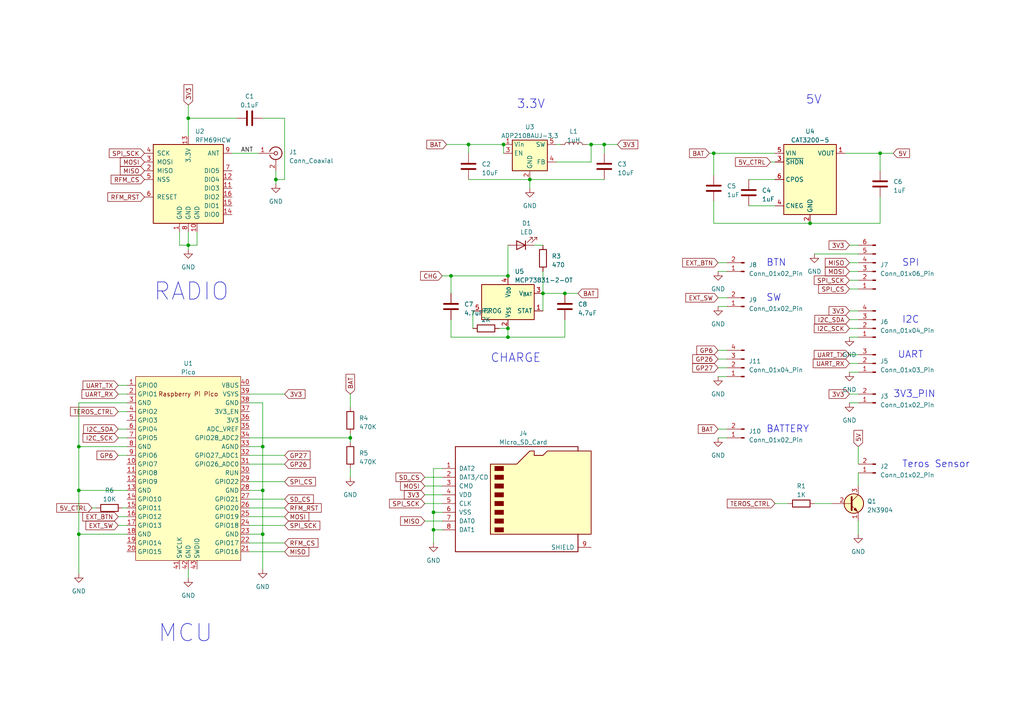
<source format=kicad_sch>
(kicad_sch (version 20230121) (generator eeschema)
  (paper "A4")
  (lib_symbols
    (symbol "Battery_Management:MCP73831-2-OT"
      (property "Reference" "U" (at -7.62 6.35 0))
      (property "Value" "MCP73831-2-OT" (at 1.27 6.35 0))
      (symbol "MCP73831-2-OT_0_1"
        (rectangle (start -7.62 5.08) (end 7.62 -5.08) (stroke (width 0.254)) (fill (type background)))
      )
      (symbol "MCP73831-2-OT_1_1"
        (pin output line (at 10.16 -2.54 180) (length 2.54) (name "STAT") (number "1"))
        (pin power_in line (at 0 -7.62 90) (length 2.54) (name "V_{SS}") (number "2"))
        (pin power_out line (at 10.16 2.54 180) (length 2.54) (name "V_{BAT}") (number "3"))
        (pin power_in line (at 0 7.62 270) (length 2.54) (name "V_{DD}") (number "4"))
        (pin input line (at -10.16 -2.54 0) (length 2.54) (name "PROG") (number "5"))
      )
    )
    (symbol "Connector:Conn_01x02_Pin" (pin_names (offset 1.016) hide)
      (property "Reference" "J" (at 0 2.54 0))
      (property "Value" "Conn_01x02_Pin" (at 0 -5.08 0))
      (symbol "Conn_01x02_Pin_1_1"
        (polyline (pts (xy 1.27 -2.54) (xy 0.8636 -2.54)) (stroke (width 0.1524)))
        (polyline (pts (xy 1.27 0) (xy 0.8636 0)) (stroke (width 0.1524)))
        (rectangle (start 0.8636 -2.413) (end 0 -2.667) (stroke (width 0.1524)) (fill (type outline)))
        (rectangle (start 0.8636 0.127) (end 0 -0.127) (stroke (width 0.1524)) (fill (type outline)))
        (pin passive line (at 5.08 0 180) (length 3.81) (name "Pin_1") (number "1"))
        (pin passive line (at 5.08 -2.54 180) (length 3.81) (name "Pin_2") (number "2"))
      )
    )
    (symbol "Connector:Conn_01x03_Pin" (pin_names (offset 1.016) hide)
      (property "Reference" "J" (at 0 5.08 0))
      (property "Value" "Conn_01x03_Pin" (at 0 -5.08 0))
      (symbol "Conn_01x03_Pin_1_1"
        (polyline (pts (xy 1.27 -2.54) (xy 0.8636 -2.54)) (stroke (width 0.1524)))
        (polyline (pts (xy 1.27 0) (xy 0.8636 0)) (stroke (width 0.1524)))
        (polyline (pts (xy 1.27 2.54) (xy 0.8636 2.54)) (stroke (width 0.1524)))
        (rectangle (start 0.8636 -2.413) (end 0 -2.667) (stroke (width 0.1524)) (fill (type outline)))
        (rectangle (start 0.8636 0.127) (end 0 -0.127) (stroke (width 0.1524)) (fill (type outline)))
        (rectangle (start 0.8636 2.667) (end 0 2.413) (stroke (width 0.1524)) (fill (type outline)))
        (pin passive line (at 5.08 2.54 180) (length 3.81) (name "Pin_1") (number "1"))
        (pin passive line (at 5.08 0 180) (length 3.81) (name "Pin_2") (number "2"))
        (pin passive line (at 5.08 -2.54 180) (length 3.81) (name "Pin_3") (number "3"))
      )
    )
    (symbol "Connector:Conn_01x04_Pin" (pin_names (offset 1.016) hide)
      (property "Reference" "J" (at 0 5.08 0))
      (property "Value" "Conn_01x04_Pin" (at 0 -7.62 0))
      (symbol "Conn_01x04_Pin_1_1"
        (polyline (pts (xy 1.27 -5.08) (xy 0.8636 -5.08)) (stroke (width 0.1524)))
        (polyline (pts (xy 1.27 -2.54) (xy 0.8636 -2.54)) (stroke (width 0.1524)))
        (polyline (pts (xy 1.27 0) (xy 0.8636 0)) (stroke (width 0.1524)))
        (polyline (pts (xy 1.27 2.54) (xy 0.8636 2.54)) (stroke (width 0.1524)))
        (rectangle (start 0.8636 -4.953) (end 0 -5.207) (stroke (width 0.1524)) (fill (type outline)))
        (rectangle (start 0.8636 -2.413) (end 0 -2.667) (stroke (width 0.1524)) (fill (type outline)))
        (rectangle (start 0.8636 0.127) (end 0 -0.127) (stroke (width 0.1524)) (fill (type outline)))
        (rectangle (start 0.8636 2.667) (end 0 2.413) (stroke (width 0.1524)) (fill (type outline)))
        (pin passive line (at 5.08 2.54 180) (length 3.81) (name "Pin_1") (number "1"))
        (pin passive line (at 5.08 0 180) (length 3.81) (name "Pin_2") (number "2"))
        (pin passive line (at 5.08 -2.54 180) (length 3.81) (name "Pin_3") (number "3"))
        (pin passive line (at 5.08 -5.08 180) (length 3.81) (name "Pin_4") (number "4"))
      )
    )
    (symbol "Connector:Conn_01x06_Pin" (pin_names (offset 1.016) hide)
      (property "Reference" "J" (at 0 7.62 0))
      (property "Value" "Conn_01x06_Pin" (at 0 -10.16 0))
      (symbol "Conn_01x06_Pin_1_1"
        (polyline (pts (xy 1.27 -7.62) (xy 0.8636 -7.62)) (stroke (width 0.1524)))
        (polyline (pts (xy 1.27 -5.08) (xy 0.8636 -5.08)) (stroke (width 0.1524)))
        (polyline (pts (xy 1.27 -2.54) (xy 0.8636 -2.54)) (stroke (width 0.1524)))
        (polyline (pts (xy 1.27 0) (xy 0.8636 0)) (stroke (width 0.1524)))
        (polyline (pts (xy 1.27 2.54) (xy 0.8636 2.54)) (stroke (width 0.1524)))
        (polyline (pts (xy 1.27 5.08) (xy 0.8636 5.08)) (stroke (width 0.1524)))
        (rectangle (start 0.8636 -7.493) (end 0 -7.747) (stroke (width 0.1524)) (fill (type outline)))
        (rectangle (start 0.8636 -4.953) (end 0 -5.207) (stroke (width 0.1524)) (fill (type outline)))
        (rectangle (start 0.8636 -2.413) (end 0 -2.667) (stroke (width 0.1524)) (fill (type outline)))
        (rectangle (start 0.8636 0.127) (end 0 -0.127) (stroke (width 0.1524)) (fill (type outline)))
        (rectangle (start 0.8636 2.667) (end 0 2.413) (stroke (width 0.1524)) (fill (type outline)))
        (rectangle (start 0.8636 5.207) (end 0 4.953) (stroke (width 0.1524)) (fill (type outline)))
        (pin passive line (at 5.08 5.08 180) (length 3.81) (name "Pin_1") (number "1"))
        (pin passive line (at 5.08 2.54 180) (length 3.81) (name "Pin_2") (number "2"))
        (pin passive line (at 5.08 0 180) (length 3.81) (name "Pin_3") (number "3"))
        (pin passive line (at 5.08 -2.54 180) (length 3.81) (name "Pin_4") (number "4"))
        (pin passive line (at 5.08 -5.08 180) (length 3.81) (name "Pin_5") (number "5"))
        (pin passive line (at 5.08 -7.62 180) (length 3.81) (name "Pin_6") (number "6"))
      )
    )
    (symbol "Connector:Conn_Coaxial" (pin_names (offset 1.016) hide)
      (property "Reference" "J" (at 0.254 3.048 0))
      (property "Value" "Conn_Coaxial" (at 2.921 0 90))
      (symbol "Conn_Coaxial_0_1"
        (arc (start -1.778 -0.508) (mid 0.2311 -1.8066) (end 1.778 0) (stroke (width 0.254)))
        (polyline (pts (xy -2.54 0) (xy -0.508 0)))
        (polyline (pts (xy 0 -2.54) (xy 0 -1.778)))
        (circle (center 0 0) (radius 0.508) (stroke (width 0.2032)))
        (arc (start 1.778 0) (mid 0.2099 1.8101) (end -1.778 0.508) (stroke (width 0.254)))
      )
      (symbol "Conn_Coaxial_1_1"
        (pin passive line (at -5.08 0 0) (length 2.54) (name "In") (number "1"))
        (pin passive line (at 0 -5.08 90) (length 2.54) (name "Ext") (number "2"))
      )
    )
    (symbol "Connector:Micro_SD_Card" (pin_names (offset 1.016))
      (property "Reference" "J" (at -16.51 15.24 0))
      (property "Value" "Micro_SD_Card" (at 16.51 15.24 0))
      (symbol "Micro_SD_Card_0_1"
        (rectangle (start -7.62 -9.525) (end -5.08 -10.795) (fill (type outline)))
        (rectangle (start -7.62 -6.985) (end -5.08 -8.255) (fill (type outline)))
        (rectangle (start -7.62 -4.445) (end -5.08 -5.715) (fill (type outline)))
        (rectangle (start -7.62 -1.905) (end -5.08 -3.175) (fill (type outline)))
        (rectangle (start -7.62 0.635) (end -5.08 -0.635) (fill (type outline)))
        (rectangle (start -7.62 3.175) (end -5.08 1.905) (fill (type outline)))
        (rectangle (start -7.62 5.715) (end -5.08 4.445) (fill (type outline)))
        (rectangle (start -7.62 8.255) (end -5.08 6.985) (fill (type outline)))
        (polyline (pts (xy 16.51 12.7) (xy 16.51 13.97) (xy -19.05 13.97) (xy -19.05 -16.51) (xy 16.51 -16.51) (xy 16.51 -11.43)) (stroke (width 0.254)))
        (polyline (pts (xy -8.89 -11.43) (xy -8.89 8.89) (xy -1.27 8.89) (xy 2.54 12.7) (xy 3.81 12.7) (xy 3.81 11.43) (xy 6.35 11.43) (xy 7.62 12.7) (xy 20.32 12.7) (xy 20.32 -11.43) (xy -8.89 -11.43)) (stroke (width 0.254)) (fill (type background)))
      )
      (symbol "Micro_SD_Card_1_1"
        (pin bidirectional line (at -22.86 7.62 0) (length 3.81) (name "DAT2") (number "1"))
        (pin bidirectional line (at -22.86 5.08 0) (length 3.81) (name "DAT3/CD") (number "2"))
        (pin input line (at -22.86 2.54 0) (length 3.81) (name "CMD") (number "3"))
        (pin power_in line (at -22.86 0 0) (length 3.81) (name "VDD") (number "4"))
        (pin input line (at -22.86 -2.54 0) (length 3.81) (name "CLK") (number "5"))
        (pin power_in line (at -22.86 -5.08 0) (length 3.81) (name "VSS") (number "6"))
        (pin bidirectional line (at -22.86 -7.62 0) (length 3.81) (name "DAT0") (number "7"))
        (pin bidirectional line (at -22.86 -10.16 0) (length 3.81) (name "DAT1") (number "8"))
        (pin passive line (at 20.32 -15.24 180) (length 3.81) (name "SHIELD") (number "9"))
      )
    )
    (symbol "Device:C" (pin_numbers hide) (pin_names (offset 0.254))
      (property "Reference" "C" (at 0.635 2.54 0))
      (property "Value" "C" (at 0.635 -2.54 0))
      (symbol "C_0_1"
        (polyline (pts (xy -2.032 -0.762) (xy 2.032 -0.762)) (stroke (width 0.508)))
        (polyline (pts (xy -2.032 0.762) (xy 2.032 0.762)) (stroke (width 0.508)))
      )
      (symbol "C_1_1"
        (pin passive line (at 0 3.81 270) (length 2.794) (name "~") (number "1"))
        (pin passive line (at 0 -3.81 90) (length 2.794) (name "~") (number "2"))
      )
    )
    (symbol "Device:L" (pin_numbers hide) (pin_names (offset 1.016) hide)
      (property "Reference" "L" (at -1.27 0 90))
      (property "Value" "L" (at 1.905 0 90))
      (symbol "L_0_1"
        (arc (start 0 -2.54) (mid 0.6323 -1.905) (end 0 -1.27))
        (arc (start 0 -1.27) (mid 0.6323 -0.635) (end 0 0))
        (arc (start 0 0) (mid 0.6323 0.635) (end 0 1.27))
        (arc (start 0 1.27) (mid 0.6323 1.905) (end 0 2.54))
      )
      (symbol "L_1_1"
        (pin passive line (at 0 3.81 270) (length 1.27) (name "1") (number "1"))
        (pin passive line (at 0 -3.81 90) (length 1.27) (name "2") (number "2"))
      )
    )
    (symbol "Device:LED" (pin_numbers hide) (pin_names (offset 1.016) hide)
      (property "Reference" "D" (at 0 2.54 0))
      (property "Value" "LED" (at 0 -2.54 0))
      (symbol "LED_0_1"
        (polyline (pts (xy -1.27 -1.27) (xy -1.27 1.27)) (stroke (width 0.254)))
        (polyline (pts (xy -1.27 0) (xy 1.27 0)))
        (polyline (pts (xy 1.27 -1.27) (xy 1.27 1.27) (xy -1.27 0) (xy 1.27 -1.27)) (stroke (width 0.254)))
        (polyline (pts (xy -3.048 -0.762) (xy -4.572 -2.286) (xy -3.81 -2.286) (xy -4.572 -2.286) (xy -4.572 -1.524)))
        (polyline (pts (xy -1.778 -0.762) (xy -3.302 -2.286) (xy -2.54 -2.286) (xy -3.302 -2.286) (xy -3.302 -1.524)))
      )
      (symbol "LED_1_1"
        (pin passive line (at -3.81 0 0) (length 2.54) (name "K") (number "1"))
        (pin passive line (at 3.81 0 180) (length 2.54) (name "A") (number "2"))
      )
    )
    (symbol "Device:R" (pin_numbers hide) (pin_names (offset 0))
      (property "Reference" "R" (at 2.032 0 90))
      (property "Value" "R" (at 0 0 90))
      (symbol "R_0_1"
        (rectangle (start -1.016 -2.54) (end 1.016 2.54) (stroke (width 0.254)))
      )
      (symbol "R_1_1"
        (pin passive line (at 0 3.81 270) (length 1.27) (name "~") (number "1"))
        (pin passive line (at 0 -3.81 90) (length 1.27) (name "~") (number "2"))
      )
    )
    (symbol "MCU_RaspberryPi_and_Boards:Pico"
      (property "Reference" "U" (at -13.97 27.94 0))
      (property "Value" "Pico" (at 0 19.05 0))
      (symbol "Pico_0_0"
        (text "Raspberry Pi Pico" (at 0 21.59 0) (effects (font (size 1.27 1.27))))
      )
      (symbol "Pico_0_1"
        (rectangle (start -15.24 26.67) (end 15.24 -26.67) (fill (type background)))
      )
      (symbol "Pico_1_1"
        (pin bidirectional line (at -17.78 24.13 0) (length 2.54) (name "GPIO0") (number "1"))
        (pin bidirectional line (at -17.78 1.27 0) (length 2.54) (name "GPIO7") (number "10"))
        (pin bidirectional line (at -17.78 -1.27 0) (length 2.54) (name "GPIO8") (number "11"))
        (pin bidirectional line (at -17.78 -3.81 0) (length 2.54) (name "GPIO9") (number "12"))
        (pin power_in line (at -17.78 -6.35 0) (length 2.54) (name "GND") (number "13"))
        (pin bidirectional line (at -17.78 -8.89 0) (length 2.54) (name "GPIO10") (number "14"))
        (pin bidirectional line (at -17.78 -11.43 0) (length 2.54) (name "GPIO11") (number "15"))
        (pin bidirectional line (at -17.78 -13.97 0) (length 2.54) (name "GPIO12") (number "16"))
        (pin bidirectional line (at -17.78 -16.51 0) (length 2.54) (name "GPIO13") (number "17"))
        (pin power_in line (at -17.78 -19.05 0) (length 2.54) (name "GND") (number "18"))
        (pin bidirectional line (at -17.78 -21.59 0) (length 2.54) (name "GPIO14") (number "19"))
        (pin bidirectional line (at -17.78 21.59 0) (length 2.54) (name "GPIO1") (number "2"))
        (pin bidirectional line (at -17.78 -24.13 0) (length 2.54) (name "GPIO15") (number "20"))
        (pin bidirectional line (at 17.78 -24.13 180) (length 2.54) (name "GPIO16") (number "21"))
        (pin bidirectional line (at 17.78 -21.59 180) (length 2.54) (name "GPIO17") (number "22"))
        (pin power_in line (at 17.78 -19.05 180) (length 2.54) (name "GND") (number "23"))
        (pin bidirectional line (at 17.78 -16.51 180) (length 2.54) (name "GPIO18") (number "24"))
        (pin bidirectional line (at 17.78 -13.97 180) (length 2.54) (name "GPIO19") (number "25"))
        (pin bidirectional line (at 17.78 -11.43 180) (length 2.54) (name "GPIO20") (number "26"))
        (pin bidirectional line (at 17.78 -8.89 180) (length 2.54) (name "GPIO21") (number "27"))
        (pin power_in line (at 17.78 -6.35 180) (length 2.54) (name "GND") (number "28"))
        (pin bidirectional line (at 17.78 -3.81 180) (length 2.54) (name "GPIO22") (number "29"))
        (pin power_in line (at -17.78 19.05 0) (length 2.54) (name "GND") (number "3"))
        (pin input line (at 17.78 -1.27 180) (length 2.54) (name "RUN") (number "30"))
        (pin bidirectional line (at 17.78 1.27 180) (length 2.54) (name "GPIO26_ADC0") (number "31"))
        (pin bidirectional line (at 17.78 3.81 180) (length 2.54) (name "GPIO27_ADC1") (number "32"))
        (pin power_in line (at 17.78 6.35 180) (length 2.54) (name "AGND") (number "33"))
        (pin bidirectional line (at 17.78 8.89 180) (length 2.54) (name "GPIO28_ADC2") (number "34"))
        (pin power_in line (at 17.78 11.43 180) (length 2.54) (name "ADC_VREF") (number "35"))
        (pin power_in line (at 17.78 13.97 180) (length 2.54) (name "3V3") (number "36"))
        (pin input line (at 17.78 16.51 180) (length 2.54) (name "3V3_EN") (number "37"))
        (pin bidirectional line (at 17.78 19.05 180) (length 2.54) (name "GND") (number "38"))
        (pin power_in line (at 17.78 21.59 180) (length 2.54) (name "VSYS") (number "39"))
        (pin bidirectional line (at -17.78 16.51 0) (length 2.54) (name "GPIO2") (number "4"))
        (pin power_in line (at 17.78 24.13 180) (length 2.54) (name "VBUS") (number "40"))
        (pin input line (at -2.54 -29.21 90) (length 2.54) (name "SWCLK") (number "41"))
        (pin power_in line (at 0 -29.21 90) (length 2.54) (name "GND") (number "42"))
        (pin bidirectional line (at 2.54 -29.21 90) (length 2.54) (name "SWDIO") (number "43"))
        (pin bidirectional line (at -17.78 13.97 0) (length 2.54) (name "GPIO3") (number "5"))
        (pin bidirectional line (at -17.78 11.43 0) (length 2.54) (name "GPIO4") (number "6"))
        (pin bidirectional line (at -17.78 8.89 0) (length 2.54) (name "GPIO5") (number "7"))
        (pin power_in line (at -17.78 6.35 0) (length 2.54) (name "GND") (number "8"))
        (pin bidirectional line (at -17.78 3.81 0) (length 2.54) (name "GPIO6") (number "9"))
      )
    )
    (symbol "PCM_Transistor_BJT_AKL:2N3904" (pin_names hide)
      (property "Reference" "Q" (at 5.08 1.27 0))
      (property "Value" "2N3904" (at 5.08 -1.27 0))
      (symbol "2N3904_0_1"
        (polyline (pts (xy 0.635 0.635) (xy 2.54 2.54)))
        (polyline (pts (xy 0.635 -0.635) (xy 2.54 -2.54) (xy 2.54 -2.54)))
        (polyline (pts (xy 0.635 1.905) (xy 0.635 -1.905) (xy 0.635 -1.905)) (stroke (width 0.508)))
        (polyline (pts (xy 1.27 -1.778) (xy 1.778 -1.27) (xy 2.286 -2.286) (xy 1.27 -1.778) (xy 1.27 -1.778)) (fill (type outline)))
        (circle (center 1.27 0) (radius 2.8194) (stroke (width 0.254)) (fill (type background)))
      )
      (symbol "2N3904_1_1"
        (pin passive line (at 2.54 -5.08 90) (length 2.54) (name "E") (number "1"))
        (pin passive line (at -5.08 0 0) (length 5.715) (name "B") (number "2"))
        (pin passive line (at 2.54 5.08 270) (length 2.54) (name "C") (number "3"))
      )
    )
    (symbol "RF_Module:RFM69HCW" (pin_names (offset 1.016))
      (property "Reference" "U" (at -10.414 11.684 0))
      (property "Value" "RFM69HCW" (at 1.524 11.43 0))
      (symbol "RFM69HCW_0_1"
        (rectangle (start -10.16 10.16) (end 10.16 -12.7) (stroke (width 0.254)) (fill (type background)))
      )
      (symbol "RFM69HCW_1_1"
        (pin power_in line (at -2.54 -15.24 90) (length 2.54) (name "GND") (number "1"))
        (pin power_in line (at 2.54 -15.24 90) (length 2.54) (name "GND") (number "10"))
        (pin bidirectional line (at 12.7 -2.54 180) (length 2.54) (name "DIO3") (number "11"))
        (pin bidirectional line (at 12.7 0 180) (length 2.54) (name "DIO4") (number "12"))
        (pin power_in line (at 0 12.7 270) (length 2.54) (name "3.3V") (number "13"))
        (pin bidirectional line (at 12.7 -10.16 180) (length 2.54) (name "DIO0") (number "14"))
        (pin bidirectional line (at 12.7 -7.62 180) (length 2.54) (name "DIO1") (number "15"))
        (pin bidirectional line (at 12.7 -5.08 180) (length 2.54) (name "DIO2") (number "16"))
        (pin output line (at -12.7 2.54 0) (length 2.54) (name "MISO") (number "2"))
        (pin input line (at -12.7 5.08 0) (length 2.54) (name "MOSI") (number "3"))
        (pin input line (at -12.7 7.62 0) (length 2.54) (name "SCK") (number "4"))
        (pin input line (at -12.7 0 0) (length 2.54) (name "NSS") (number "5"))
        (pin bidirectional line (at -12.7 -5.08 0) (length 2.54) (name "RESET") (number "6"))
        (pin bidirectional line (at 12.7 2.54 180) (length 2.54) (name "DIO5") (number "7"))
        (pin power_in line (at 0 -15.24 90) (length 2.54) (name "GND") (number "8"))
        (pin bidirectional line (at 12.7 7.62 180) (length 2.54) (name "ANT") (number "9"))
      )
    )
    (symbol "Regulator_SwitchedCapacitor:CAT3200-5"
      (property "Reference" "U" (at 6.35 11.43 0))
      (property "Value" "CAT3200-5" (at 6.35 -11.43 0))
      (symbol "CAT3200-5_0_1"
        (rectangle (start -7.62 10.16) (end 7.62 -10.16) (stroke (width 0.254)) (fill (type background)))
      )
      (symbol "CAT3200-5_1_1"
        (pin power_out line (at 10.16 7.62 180) (length 2.54) (name "VOUT") (number "1"))
        (pin power_in line (at 0 -12.7 90) (length 2.54) (name "GND") (number "2"))
        (pin input line (at -10.16 5.08 0) (length 2.54) (name "~{SHDN}") (number "3"))
        (pin passive line (at -10.16 -7.62 0) (length 2.54) (name "CNEG") (number "4"))
        (pin power_in line (at -10.16 7.62 0) (length 2.54) (name "VIN") (number "5"))
        (pin passive line (at -10.16 0 0) (length 2.54) (name "CPOS") (number "6"))
      )
    )
    (symbol "Regulator_Switching:ADP2108AUJ-3.3"
      (property "Reference" "U" (at -5.08 5.08 0))
      (property "Value" "ADP2108AUJ-3.3" (at 0 5.08 0))
      (symbol "ADP2108AUJ-3.3_0_1"
        (rectangle (start -5.08 3.81) (end 5.08 -5.08) (stroke (width 0.254)) (fill (type background)))
      )
      (symbol "ADP2108AUJ-3.3_1_1"
        (pin power_in line (at -7.62 2.54 0) (length 2.54) (name "Vin") (number "1"))
        (pin power_in line (at 0 -7.62 90) (length 2.54) (name "GND") (number "2"))
        (pin input line (at -7.62 0 0) (length 2.54) (name "EN") (number "3"))
        (pin input line (at 7.62 -2.54 180) (length 2.54) (name "FB") (number "4"))
        (pin input line (at 7.62 2.54 180) (length 2.54) (name "SW") (number "5"))
      )
    )
    (symbol "power:GND" (power) (pin_names (offset 0))
      (property "Value" "GND" (at 0 -3.81 0))
      (symbol "GND_0_1"
        (polyline (pts (xy 0 0) (xy 0 -1.27) (xy 1.27 -1.27) (xy 0 -2.54) (xy -1.27 -1.27) (xy 0 -1.27)))
      )
      (symbol "GND_1_1"
        (pin power_in line (at 0 0 270) (length 0) hide (name "GND") (number "1"))
      )
    )
  )
  (junction (at 147.32 80.01))
  (junction (at 147.32 97.79))
  (junction (at 22.86 142.24))
  (junction (at 175.26 41.91))
  (junction (at 146.05 41.91))
  (junction (at 54.61 34.29))
  (junction (at 76.2 142.24))
  (junction (at 234.95 64.77))
  (junction (at 157.48 85.09))
  (junction (at 76.2 154.94))
  (junction (at 101.6 127))
  (junction (at 125.73 153.67))
  (junction (at 153.67 52.07))
  (junction (at 130.81 80.01))
  (junction (at 76.2 129.54))
  (junction (at 171.45 41.91))
  (junction (at 163.83 85.09))
  (junction (at 54.61 71.12))
  (junction (at 80.01 52.07))
  (junction (at 147.32 95.25))
  (junction (at 207.01 44.45))
  (junction (at 135.89 41.91))
  (junction (at 255.27 44.45))
  (junction (at 22.86 154.94))
  (junction (at 22.86 129.54))
  (junction (at 125.73 148.59))
  (wire (pts (xy 128.27 135.89) (xy 125.73 135.89)))
  (wire (pts (xy 246.38 76.2) (xy 248.92 76.2)))
  (wire (pts (xy 76.2 165.1) (xy 76.2 154.94)))
  (wire (pts (xy 54.61 67.31) (xy 54.61 71.12)))
  (wire (pts (xy 72.39 149.86) (xy 82.55 149.86)))
  (wire (pts (xy 22.86 154.94) (xy 36.83 154.94)))
  (wire (pts (xy 246.38 105.41) (xy 248.92 105.41)))
  (wire (pts (xy 34.29 124.46) (xy 36.83 124.46)))
  (wire (pts (xy 36.83 116.84) (xy 22.86 116.84)))
  (wire (pts (xy 248.92 129.54) (xy 248.92 134.62)))
  (wire (pts (xy 82.55 52.07) (xy 80.01 52.07)))
  (wire (pts (xy 34.29 111.76) (xy 36.83 111.76)))
  (wire (pts (xy 72.39 157.48) (xy 82.55 157.48)))
  (wire (pts (xy 72.39 132.08) (xy 82.55 132.08)))
  (wire (pts (xy 224.79 146.05) (xy 228.6 146.05)))
  (wire (pts (xy 157.48 85.09) (xy 163.83 85.09)))
  (wire (pts (xy 135.89 44.45) (xy 135.89 41.91)))
  (wire (pts (xy 76.2 129.54) (xy 76.2 142.24)))
  (wire (pts (xy 146.05 41.91) (xy 146.05 44.45)))
  (wire (pts (xy 52.07 67.31) (xy 52.07 71.12)))
  (wire (pts (xy 147.32 71.12) (xy 147.32 80.01)))
  (wire (pts (xy 171.45 41.91) (xy 175.26 41.91)))
  (wire (pts (xy 208.28 101.6) (xy 210.82 101.6)))
  (wire (pts (xy 208.28 78.74) (xy 210.82 78.74)))
  (wire (pts (xy 130.81 97.79) (xy 147.32 97.79)))
  (wire (pts (xy 161.29 46.99) (xy 171.45 46.99)))
  (wire (pts (xy 67.31 44.45) (xy 74.93 44.45)))
  (wire (pts (xy 76.2 116.84) (xy 76.2 129.54)))
  (wire (pts (xy 72.39 160.02) (xy 82.55 160.02)))
  (wire (pts (xy 54.61 34.29) (xy 68.58 34.29)))
  (wire (pts (xy 255.27 44.45) (xy 259.08 44.45)))
  (wire (pts (xy 22.86 166.37) (xy 22.86 154.94)))
  (wire (pts (xy 130.81 80.01) (xy 147.32 80.01)))
  (wire (pts (xy 153.67 52.07) (xy 175.26 52.07)))
  (wire (pts (xy 208.28 127) (xy 210.82 127)))
  (wire (pts (xy 123.19 146.05) (xy 128.27 146.05)))
  (wire (pts (xy 171.45 46.99) (xy 171.45 41.91)))
  (wire (pts (xy 125.73 153.67) (xy 128.27 153.67)))
  (wire (pts (xy 129.54 41.91) (xy 135.89 41.91)))
  (wire (pts (xy 246.38 95.25) (xy 248.92 95.25)))
  (wire (pts (xy 163.83 92.71) (xy 163.83 97.79)))
  (wire (pts (xy 147.32 97.79) (xy 147.32 95.25)))
  (wire (pts (xy 246.38 102.87) (xy 248.92 102.87)))
  (wire (pts (xy 135.89 52.07) (xy 153.67 52.07)))
  (wire (pts (xy 34.29 114.3) (xy 36.83 114.3)))
  (wire (pts (xy 72.39 114.3) (xy 82.55 114.3)))
  (wire (pts (xy 34.29 127) (xy 36.83 127)))
  (wire (pts (xy 128.27 148.59) (xy 125.73 148.59)))
  (wire (pts (xy 76.2 142.24) (xy 76.2 154.94)))
  (wire (pts (xy 34.29 119.38) (xy 36.83 119.38)))
  (wire (pts (xy 248.92 137.16) (xy 248.92 140.97)))
  (wire (pts (xy 137.16 90.17) (xy 137.16 95.25)))
  (wire (pts (xy 35.56 147.32) (xy 36.83 147.32)))
  (wire (pts (xy 207.01 58.42) (xy 207.01 64.77)))
  (wire (pts (xy 101.6 135.89) (xy 101.6 138.43)))
  (wire (pts (xy 82.55 34.29) (xy 82.55 52.07)))
  (wire (pts (xy 175.26 44.45) (xy 175.26 41.91)))
  (wire (pts (xy 22.86 142.24) (xy 36.83 142.24)))
  (wire (pts (xy 22.86 116.84) (xy 22.86 129.54)))
  (wire (pts (xy 246.38 71.12) (xy 248.92 71.12)))
  (wire (pts (xy 72.39 142.24) (xy 76.2 142.24)))
  (wire (pts (xy 101.6 125.73) (xy 101.6 127)))
  (wire (pts (xy 34.29 132.08) (xy 36.83 132.08)))
  (wire (pts (xy 57.15 71.12) (xy 54.61 71.12)))
  (wire (pts (xy 72.39 152.4) (xy 82.55 152.4)))
  (wire (pts (xy 123.19 151.13) (xy 128.27 151.13)))
  (wire (pts (xy 255.27 44.45) (xy 255.27 49.53)))
  (wire (pts (xy 34.29 152.4) (xy 36.83 152.4)))
  (wire (pts (xy 125.73 153.67) (xy 125.73 157.48)))
  (wire (pts (xy 205.74 44.45) (xy 207.01 44.45)))
  (wire (pts (xy 101.6 114.3) (xy 101.6 118.11)))
  (wire (pts (xy 248.92 151.13) (xy 248.92 154.94)))
  (wire (pts (xy 245.11 44.45) (xy 255.27 44.45)))
  (wire (pts (xy 26.67 147.32) (xy 27.94 147.32)))
  (wire (pts (xy 52.07 71.12) (xy 54.61 71.12)))
  (wire (pts (xy 128.27 80.01) (xy 130.81 80.01)))
  (wire (pts (xy 72.39 139.7) (xy 82.55 139.7)))
  (wire (pts (xy 22.86 129.54) (xy 22.86 142.24)))
  (wire (pts (xy 76.2 34.29) (xy 82.55 34.29)))
  (wire (pts (xy 246.38 90.17) (xy 248.92 90.17)))
  (wire (pts (xy 246.38 116.84) (xy 248.92 116.84)))
  (wire (pts (xy 246.38 78.74) (xy 248.92 78.74)))
  (wire (pts (xy 234.95 64.77) (xy 255.27 64.77)))
  (wire (pts (xy 163.83 97.79) (xy 147.32 97.79)))
  (wire (pts (xy 208.28 124.46) (xy 210.82 124.46)))
  (wire (pts (xy 208.28 76.2) (xy 210.82 76.2)))
  (wire (pts (xy 54.61 165.1) (xy 54.61 167.64)))
  (wire (pts (xy 246.38 107.95) (xy 248.92 107.95)))
  (wire (pts (xy 246.38 81.28) (xy 248.92 81.28)))
  (wire (pts (xy 255.27 57.15) (xy 255.27 64.77)))
  (wire (pts (xy 72.39 134.62) (xy 82.55 134.62)))
  (wire (pts (xy 175.26 41.91) (xy 179.07 41.91)))
  (wire (pts (xy 135.89 41.91) (xy 146.05 41.91)))
  (wire (pts (xy 72.39 127) (xy 101.6 127)))
  (wire (pts (xy 130.81 85.09) (xy 130.81 80.01)))
  (wire (pts (xy 208.28 88.9) (xy 210.82 88.9)))
  (wire (pts (xy 101.6 127) (xy 101.6 128.27)))
  (wire (pts (xy 72.39 147.32) (xy 82.55 147.32)))
  (wire (pts (xy 144.78 95.25) (xy 147.32 95.25)))
  (wire (pts (xy 236.22 146.05) (xy 241.3 146.05)))
  (wire (pts (xy 236.22 73.66) (xy 248.92 73.66)))
  (wire (pts (xy 208.28 106.68) (xy 210.82 106.68)))
  (wire (pts (xy 207.01 50.8) (xy 207.01 44.45)))
  (wire (pts (xy 153.67 52.07) (xy 153.67 54.61)))
  (wire (pts (xy 123.19 143.51) (xy 128.27 143.51)))
  (wire (pts (xy 80.01 52.07) (xy 80.01 53.34)))
  (wire (pts (xy 207.01 44.45) (xy 224.79 44.45)))
  (wire (pts (xy 72.39 144.78) (xy 82.55 144.78)))
  (wire (pts (xy 246.38 97.79) (xy 248.92 97.79)))
  (wire (pts (xy 34.29 149.86) (xy 36.83 149.86)))
  (wire (pts (xy 223.52 46.99) (xy 224.79 46.99)))
  (wire (pts (xy 123.19 140.97) (xy 128.27 140.97)))
  (wire (pts (xy 22.86 142.24) (xy 22.86 154.94)))
  (wire (pts (xy 217.17 52.07) (xy 224.79 52.07)))
  (wire (pts (xy 170.18 41.91) (xy 171.45 41.91)))
  (wire (pts (xy 157.48 85.09) (xy 157.48 90.17)))
  (wire (pts (xy 208.28 104.14) (xy 210.82 104.14)))
  (wire (pts (xy 22.86 129.54) (xy 36.83 129.54)))
  (wire (pts (xy 57.15 67.31) (xy 57.15 71.12)))
  (wire (pts (xy 125.73 148.59) (xy 125.73 153.67)))
  (wire (pts (xy 208.28 86.36) (xy 210.82 86.36)))
  (wire (pts (xy 76.2 154.94) (xy 72.39 154.94)))
  (wire (pts (xy 246.38 92.71) (xy 248.92 92.71)))
  (wire (pts (xy 207.01 64.77) (xy 234.95 64.77)))
  (wire (pts (xy 154.94 71.12) (xy 157.48 71.12)))
  (wire (pts (xy 80.01 49.53) (xy 80.01 52.07)))
  (wire (pts (xy 54.61 71.12) (xy 54.61 72.39)))
  (wire (pts (xy 208.28 109.22) (xy 210.82 109.22)))
  (wire (pts (xy 54.61 39.37) (xy 54.61 34.29)))
  (wire (pts (xy 217.17 59.69) (xy 224.79 59.69)))
  (wire (pts (xy 161.29 41.91) (xy 162.56 41.91)))
  (wire (pts (xy 123.19 138.43) (xy 128.27 138.43)))
  (wire (pts (xy 125.73 135.89) (xy 125.73 148.59)))
  (wire (pts (xy 54.61 30.48) (xy 54.61 34.29)))
  (wire (pts (xy 72.39 116.84) (xy 76.2 116.84)))
  (wire (pts (xy 72.39 129.54) (xy 76.2 129.54)))
  (wire (pts (xy 130.81 92.71) (xy 130.81 97.79)))
  (wire (pts (xy 246.38 114.3) (xy 248.92 114.3)))
  (wire (pts (xy 163.83 85.09) (xy 167.64 85.09)))
  (wire (pts (xy 157.48 78.74) (xy 157.48 85.09)))
  (wire (pts (xy 246.38 83.82) (xy 248.92 83.82)))
  (text "5V" (at 233.68 30.48 0) (effects (font (size 2.5 2.5)) (justify left bottom)))
  (text "3V3_PIN" (at 259.08 115.57 0) (effects (font (size 2 2)) (justify left bottom)))
  (text "RADIO" (at 44.45 87.63 0) (effects (font (size 5 5)) (justify left bottom)))
  (text "BTN" (at 222.25 77.47 0) (effects (font (size 2 2)) (justify left bottom)))
  (text "I2C" (at 261.62 93.98 0) (effects (font (size 2 2)) (justify left bottom)))
  (text "SW" (at 222.25 87.63 0) (effects (font (size 2 2)) (justify left bottom)))
  (text "UART" (at 260.35 104.14 0) (effects (font (size 2 2)) (justify left bottom)))
  (text "Teros Sensor" (at 261.62 135.89 0) (effects (font (size 2 2)) (justify left bottom)))
  (text "MCU\n" (at 45.72 186.69 0) (effects (font (size 5 5)) (justify left bottom)))
  (text "3.3V" (at 149.86 31.75 0) (effects (font (size 2.5 2.5)) (justify left bottom)))
  (text "BATTERY" (at 222.25 125.73 0) (effects (font (size 2 2)) (justify left bottom)))
  (text "SPI" (at 261.62 77.47 0) (effects (font (size 2 2)) (justify left bottom)))
  (text "CHARGE" (at 142.24 105.41 0) (effects (font (size 2.5 2.5)) (justify left bottom)))
  (label "ANT" (at 69.85 44.45 0))
  (global_label "BAT" (shape input) (at 129.54 41.91 180) (property "Intersheetrefs" "${INTERSHEET_REFS}" (effects hide)))
  (global_label "I2C_SCK" (shape input) (at 246.38 95.25 180) (property "Intersheetrefs" "${INTERSHEET_REFS}" (effects hide)))
  (global_label "SD_CS" (shape input) (at 123.19 138.43 180) (property "Intersheetrefs" "${INTERSHEET_REFS}" (effects hide)))
  (global_label "EXT_BTN" (shape input) (at 34.29 149.86 180) (property "Intersheetrefs" "${INTERSHEET_REFS}" (effects hide)))
  (global_label "TEROS_CTRL" (shape input) (at 224.79 146.05 180) (property "Intersheetrefs" "${INTERSHEET_REFS}" (effects hide)))
  (global_label "GP6" (shape input) (at 34.29 132.08 180) (property "Intersheetrefs" "${INTERSHEET_REFS}" (effects hide)))
  (global_label "SPI_SCK" (shape input) (at 123.19 146.05 180) (property "Intersheetrefs" "${INTERSHEET_REFS}" (effects hide)))
  (global_label "3V3" (shape input) (at 246.38 90.17 180) (property "Intersheetrefs" "${INTERSHEET_REFS}" (effects hide)))
  (global_label "MOSI" (shape input) (at 246.38 78.74 180) (property "Intersheetrefs" "${INTERSHEET_REFS}" (effects hide)))
  (global_label "SPI_SCK" (shape input) (at 82.55 152.4 0) (property "Intersheetrefs" "${INTERSHEET_REFS}" (effects hide)))
  (global_label "GP6" (shape input) (at 208.28 101.6 180) (property "Intersheetrefs" "${INTERSHEET_REFS}" (effects hide)))
  (global_label "SPI_CS" (shape input) (at 246.38 83.82 180) (property "Intersheetrefs" "${INTERSHEET_REFS}" (effects hide)))
  (global_label "RFM_RST" (shape input) (at 82.55 147.32 0) (property "Intersheetrefs" "${INTERSHEET_REFS}" (effects hide)))
  (global_label "SPI_CS" (shape input) (at 82.55 139.7 0) (property "Intersheetrefs" "${INTERSHEET_REFS}" (effects hide)))
  (global_label "EXT_BTN" (shape input) (at 208.28 76.2 180) (property "Intersheetrefs" "${INTERSHEET_REFS}" (effects hide)))
  (global_label "EXT_SW" (shape input) (at 208.28 86.36 180) (property "Intersheetrefs" "${INTERSHEET_REFS}" (effects hide)))
  (global_label "5V_CTRL" (shape input) (at 26.67 147.32 180) (property "Intersheetrefs" "${INTERSHEET_REFS}" (effects hide)))
  (global_label "BAT" (shape input) (at 205.74 44.45 180) (property "Intersheetrefs" "${INTERSHEET_REFS}" (effects hide)))
  (global_label "BAT" (shape input) (at 101.6 114.3 90) (property "Intersheetrefs" "${INTERSHEET_REFS}" (effects hide)))
  (global_label "BAT" (shape input) (at 208.28 124.46 180) (property "Intersheetrefs" "${INTERSHEET_REFS}" (effects hide)))
  (global_label "UART_RX" (shape input) (at 246.38 105.41 180) (property "Intersheetrefs" "${INTERSHEET_REFS}" (effects hide)))
  (global_label "MISO" (shape input) (at 123.19 151.13 180) (property "Intersheetrefs" "${INTERSHEET_REFS}" (effects hide)))
  (global_label "GP26" (shape input) (at 208.28 104.14 180) (property "Intersheetrefs" "${INTERSHEET_REFS}" (effects hide)))
  (global_label "I2C_SCK" (shape input) (at 34.29 127 180) (property "Intersheetrefs" "${INTERSHEET_REFS}" (effects hide)))
  (global_label "EXT_SW" (shape input) (at 34.29 152.4 180) (property "Intersheetrefs" "${INTERSHEET_REFS}" (effects hide)))
  (global_label "BAT" (shape input) (at 167.64 85.09 0) (property "Intersheetrefs" "${INTERSHEET_REFS}" (effects hide)))
  (global_label "RFM_RST" (shape input) (at 41.91 57.15 180) (property "Intersheetrefs" "${INTERSHEET_REFS}" (effects hide)))
  (global_label "UART_TX" (shape input) (at 34.29 111.76 180) (property "Intersheetrefs" "${INTERSHEET_REFS}" (effects hide)))
  (global_label "GP26" (shape input) (at 82.55 134.62 0) (property "Intersheetrefs" "${INTERSHEET_REFS}" (effects hide)))
  (global_label "5V" (shape input) (at 248.92 129.54 90) (property "Intersheetrefs" "${INTERSHEET_REFS}" (effects hide)))
  (global_label "5V" (shape input) (at 259.08 44.45 0) (property "Intersheetrefs" "${INTERSHEET_REFS}" (effects hide)))
  (global_label "3V3" (shape input) (at 246.38 71.12 180) (property "Intersheetrefs" "${INTERSHEET_REFS}" (effects hide)))
  (global_label "GP27" (shape input) (at 82.55 132.08 0) (property "Intersheetrefs" "${INTERSHEET_REFS}" (effects hide)))
  (global_label "MISO" (shape input) (at 246.38 76.2 180) (property "Intersheetrefs" "${INTERSHEET_REFS}" (effects hide)))
  (global_label "UART_RX" (shape input) (at 34.29 114.3 180) (property "Intersheetrefs" "${INTERSHEET_REFS}" (effects hide)))
  (global_label "MOSI" (shape input) (at 82.55 149.86 0) (property "Intersheetrefs" "${INTERSHEET_REFS}" (effects hide)))
  (global_label "I2C_SDA" (shape input) (at 34.29 124.46 180) (property "Intersheetrefs" "${INTERSHEET_REFS}" (effects hide)))
  (global_label "I2C_SDA" (shape input) (at 246.38 92.71 180) (property "Intersheetrefs" "${INTERSHEET_REFS}" (effects hide)))
  (global_label "MOSI" (shape input) (at 41.91 46.99 180) (property "Intersheetrefs" "${INTERSHEET_REFS}" (effects hide)))
  (global_label "3V3" (shape input) (at 246.38 114.3 180) (property "Intersheetrefs" "${INTERSHEET_REFS}" (effects hide)))
  (global_label "RFM_CS" (shape input) (at 82.55 157.48 0) (property "Intersheetrefs" "${INTERSHEET_REFS}" (effects hide)))
  (global_label "SPI_SCK" (shape input) (at 246.38 81.28 180) (property "Intersheetrefs" "${INTERSHEET_REFS}" (effects hide)))
  (global_label "MOSI" (shape input) (at 123.19 140.97 180) (property "Intersheetrefs" "${INTERSHEET_REFS}" (effects hide)))
  (global_label "SD_CS" (shape input) (at 82.55 144.78 0) (property "Intersheetrefs" "${INTERSHEET_REFS}" (effects hide)))
  (global_label "MISO" (shape input) (at 82.55 160.02 0) (property "Intersheetrefs" "${INTERSHEET_REFS}" (effects hide)))
  (global_label "MISO" (shape input) (at 41.91 49.53 180) (property "Intersheetrefs" "${INTERSHEET_REFS}" (effects hide)))
  (global_label "RFM_CS" (shape input) (at 41.91 52.07 180) (property "Intersheetrefs" "${INTERSHEET_REFS}" (effects hide)))
  (global_label "3V3" (shape input) (at 54.61 30.48 90) (property "Intersheetrefs" "${INTERSHEET_REFS}" (effects hide)))
  (global_label "3V3" (shape input) (at 179.07 41.91 0) (property "Intersheetrefs" "${INTERSHEET_REFS}" (effects hide)))
  (global_label "UART_TX" (shape input) (at 246.38 102.87 180) (property "Intersheetrefs" "${INTERSHEET_REFS}" (effects hide)))
  (global_label "CHG" (shape input) (at 128.27 80.01 180) (property "Intersheetrefs" "${INTERSHEET_REFS}" (effects hide)))
  (global_label "SPI_SCK" (shape input) (at 41.91 44.45 180) (property "Intersheetrefs" "${INTERSHEET_REFS}" (effects hide)))
  (global_label "GP27" (shape input) (at 208.28 106.68 180) (property "Intersheetrefs" "${INTERSHEET_REFS}" (effects hide)))
  (global_label "3V3" (shape input) (at 123.19 143.51 180) (property "Intersheetrefs" "${INTERSHEET_REFS}" (effects hide)))
  (global_label "5V_CTRL" (shape input) (at 223.52 46.99 180) (property "Intersheetrefs" "${INTERSHEET_REFS}" (effects hide)))
  (global_label "3V3" (shape input) (at 82.55 114.3 0) (property "Intersheetrefs" "${INTERSHEET_REFS}" (effects hide)))
  (global_label "TEROS_CTRL" (shape input) (at 34.29 119.38 180) (property "Intersheetrefs" "${INTERSHEET_REFS}" (effects hide)))
  (symbol (lib_id "Connector:Conn_01x02_Pin") (at 215.9 78.74 180) (unit 1)
    (property "Reference" "J8" (at 217.17 76.835 0) (effects (justify right)))
    (property "Value" "Conn_01x02_Pin" (at 217.17 79.375 0) (effects (justify right)))
    (property "Footprint" "Connector_PinHeader_2.54mm:PinHeader_1x02_P2.54mm_Vertical" (effects hide))
  )
  (symbol (lib_id "Connector:Conn_01x02_Pin") (at 215.9 88.9 180) (unit 1)
    (property "Reference" "J9" (at 217.17 86.995 0) (effects (justify right)))
    (property "Value" "Conn_01x02_Pin" (at 217.17 89.535 0) (effects (justify right)))
    (property "Footprint" "Connector_PinHeader_2.54mm:PinHeader_1x02_P2.54mm_Vertical" (effects hide))
  )
  (symbol (lib_id "Device:R") (at 31.75 147.32 270) (unit 1)
    (property "Reference" "R6" (at 31.75 142.24 90))
    (property "Value" "10K" (at 31.75 144.78 90))
    (property "Footprint" "Resistor_SMD:R_0805_2012Metric_Pad1.20x1.40mm_HandSolder" (effects hide))
  )
  (symbol (lib_id "MCU_RaspberryPi_and_Boards:Pico") (at 54.61 135.89 0) (unit 1)
    (property "Reference" "U1" (at 54.61 105.41 0))
    (property "Value" "Pico" (at 54.61 107.95 0))
    (property "Footprint" "MCU_RaspberryPi_and_Boards:RPi_Pico_SMD_TH" (effects hide))
  )
  (symbol (lib_id "power:GND") (at 246.38 107.95 0) (unit 1)
    (property "Reference" "#PWR011" (effects hide))
    (property "Value" "GND" (at 246.38 113.03 0))
  )
  (symbol (lib_id "Device:C") (at 163.83 88.9 0) (unit 1)
    (property "Reference" "C8" (at 167.64 88.265 0) (effects (justify left)))
    (property "Value" "4.7uF" (at 167.64 90.805 0) (effects (justify left)))
    (property "Footprint" "Capacitor_SMD:C_0805_2012Metric_Pad1.18x1.45mm_HandSolder" (effects hide))
  )
  (symbol (lib_id "PCM_Transistor_BJT_AKL:2N3904") (at 246.38 146.05 0) (unit 1)
    (property "Reference" "Q1" (at 251.46 145.415 0) (effects (justify left)))
    (property "Value" "2N3904" (at 251.46 147.955 0) (effects (justify left)))
    (property "Footprint" "PCM_Package_TO_SOT_THT_AKL:TO-92_Inline" (effects hide))
    (property "Datasheet" "https://www.tme.eu/Document/12bff749841e3a356e683e9a8e7e4119/2N3904BU-DTE.pdf" (effects hide))
  )
  (symbol (lib_id "Device:C") (at 255.27 53.34 0) (unit 1)
    (property "Reference" "C6" (at 259.08 52.705 0) (effects (justify left)))
    (property "Value" "1uF" (at 259.08 55.245 0) (effects (justify left)))
    (property "Footprint" "Capacitor_SMD:C_0805_2012Metric_Pad1.18x1.45mm_HandSolder" (effects hide))
  )
  (symbol (lib_id "power:GND") (at 153.67 54.61 0) (unit 1)
    (property "Reference" "#PWR07" (effects hide))
    (property "Value" "GND" (at 153.67 59.69 0))
  )
  (symbol (lib_id "power:GND") (at 22.86 166.37 0) (unit 1)
    (property "Reference" "#PWR015" (effects hide))
    (property "Value" "GND" (at 22.86 171.45 0))
  )
  (symbol (lib_id "power:GND") (at 246.38 116.84 0) (unit 1)
    (property "Reference" "#PWR012" (effects hide))
    (property "Value" "GND" (at 246.38 121.92 0))
  )
  (symbol (lib_id "Device:L") (at 166.37 41.91 90) (unit 1)
    (property "Reference" "L1" (at 166.37 38.1 90))
    (property "Value" "1uH" (at 166.37 40.64 90))
    (property "Footprint" "Inductor_SMD:L_1008_2520Metric_Pad1.43x2.20mm_HandSolder" (effects hide))
  )
  (symbol (lib_id "power:GND") (at 125.73 157.48 0) (unit 1)
    (property "Reference" "#PWR06" (effects hide))
    (property "Value" "GND" (at 125.73 162.56 0))
  )
  (symbol (lib_id "Device:C") (at 135.89 48.26 0) (unit 1)
    (property "Reference" "C2" (at 139.7 47.625 0) (effects (justify left)))
    (property "Value" "10uF" (at 139.7 50.165 0) (effects (justify left)))
    (property "Footprint" "Capacitor_SMD:C_0805_2012Metric_Pad1.18x1.45mm_HandSolder" (effects hide))
  )
  (symbol (lib_id "Connector:Conn_01x04_Pin") (at 215.9 106.68 180) (unit 1)
    (property "Reference" "J11" (at 217.17 104.775 0) (effects (justify right)))
    (property "Value" "Conn_01x04_Pin" (at 217.17 107.315 0) (effects (justify right)))
    (property "Footprint" "Connector_PinHeader_2.54mm:PinHeader_1x04_P2.54mm_Vertical" (effects hide))
  )
  (symbol (lib_id "power:GND") (at 246.38 97.79 0) (unit 1)
    (property "Reference" "#PWR010" (effects hide))
    (property "Value" "GND" (at 246.38 102.87 0))
  )
  (symbol (lib_id "Device:R") (at 101.6 121.92 0) (unit 1)
    (property "Reference" "R4" (at 104.14 121.285 0) (effects (justify left)))
    (property "Value" "470K" (at 104.14 123.825 0) (effects (justify left)))
    (property "Footprint" "Resistor_SMD:R_0805_2012Metric_Pad1.20x1.40mm_HandSolder" (effects hide))
  )
  (symbol (lib_id "Regulator_SwitchedCapacitor:CAT3200-5") (at 234.95 52.07 0) (unit 1)
    (property "Reference" "U4" (at 234.95 38.1 0))
    (property "Value" "CAT3200-5" (at 234.95 40.64 0))
    (property "Footprint" "Package_TO_SOT_SMD:SOT-23-6" (effects hide))
    (property "Datasheet" "https://www.onsemi.com/pdf/datasheet/cat3200-d.pdf" (effects hide))
  )
  (symbol (lib_id "Device:C") (at 130.81 88.9 0) (unit 1)
    (property "Reference" "C7" (at 134.62 88.265 0) (effects (justify left)))
    (property "Value" "4.7uF" (at 134.62 90.805 0) (effects (justify left)))
    (property "Footprint" "Capacitor_SMD:C_0805_2012Metric_Pad1.18x1.45mm_HandSolder" (effects hide))
  )
  (symbol (lib_id "power:GND") (at 208.28 88.9 0) (unit 1)
    (property "Reference" "#PWR05" (effects hide))
    (property "Value" "GND" (at 208.28 93.98 0))
  )
  (symbol (lib_id "power:GND") (at 76.2 165.1 0) (unit 1)
    (property "Reference" "#PWR02" (effects hide))
    (property "Value" "GND" (at 76.2 170.18 0))
  )
  (symbol (lib_id "Connector:Conn_01x02_Pin") (at 254 116.84 180) (unit 1)
    (property "Reference" "J3" (at 255.27 114.935 0) (effects (justify right)))
    (property "Value" "Conn_01x02_Pin" (at 255.27 117.475 0) (effects (justify right)))
    (property "Footprint" "Connector_PinHeader_2.54mm:PinHeader_1x02_P2.54mm_Vertical" (effects hide))
  )
  (symbol (lib_id "power:GND") (at 208.28 78.74 0) (unit 1)
    (property "Reference" "#PWR08" (effects hide))
    (property "Value" "GND" (at 208.28 83.82 0))
  )
  (symbol (lib_id "Connector:Conn_01x06_Pin") (at 254 78.74 180) (unit 1)
    (property "Reference" "J7" (at 255.27 76.835 0) (effects (justify right)))
    (property "Value" "Conn_01x06_Pin" (at 255.27 79.375 0) (effects (justify right)))
    (property "Footprint" "Connector_PinHeader_2.54mm:PinHeader_1x06_P2.54mm_Vertical" (effects hide))
  )
  (symbol (lib_id "power:GND") (at 54.61 72.39 0) (unit 1)
    (property "Reference" "#PWR01" (effects hide))
    (property "Value" "GND" (at 54.61 77.47 0))
  )
  (symbol (lib_id "Connector:Conn_01x03_Pin") (at 254 105.41 180) (unit 1)
    (property "Reference" "J5" (at 255.27 104.775 0) (effects (justify right)))
    (property "Value" "Conn_01x03_Pin" (at 255.27 107.315 0) (effects (justify right)))
    (property "Footprint" "Connector_PinHeader_2.54mm:PinHeader_1x03_P2.54mm_Vertical" (effects hide))
  )
  (symbol (lib_id "Connector:Micro_SD_Card") (at 151.13 143.51 0) (unit 1)
    (property "Reference" "J4" (at 151.765 125.73 0))
    (property "Value" "Micro_SD_Card" (at 151.765 128.27 0))
    (property "Footprint" "Connector_Card:microSD_HC_Molex_104031-0811" (effects hide))
    (property "Datasheet" "http://katalog.we-online.de/em/datasheet/693072010801.pdf" (effects hide))
  )
  (symbol (lib_id "Connector:Conn_01x02_Pin") (at 215.9 127 180) (unit 1)
    (property "Reference" "J10" (at 217.17 125.095 0) (effects (justify right)))
    (property "Value" "Conn_01x02_Pin" (at 217.17 127.635 0) (effects (justify right)))
    (property "Footprint" "Connector_PinHeader_2.54mm:PinHeader_1x02_P2.54mm_Vertical" (effects hide))
  )
  (symbol (lib_id "Device:C") (at 207.01 54.61 0) (unit 1)
    (property "Reference" "C5" (at 210.82 53.975 0) (effects (justify left)))
    (property "Value" "1uF" (at 210.82 56.515 0) (effects (justify left)))
    (property "Footprint" "Capacitor_SMD:C_0805_2012Metric_Pad1.18x1.45mm_HandSolder" (effects hide))
  )
  (symbol (lib_id "Device:R") (at 140.97 95.25 90) (unit 1)
    (property "Reference" "R2" (at 140.97 90.17 90))
    (property "Value" "2K" (at 140.97 92.71 90))
    (property "Footprint" "Resistor_SMD:R_0805_2012Metric_Pad1.20x1.40mm_HandSolder" (effects hide))
  )
  (symbol (lib_id "Device:R") (at 157.48 74.93 0) (unit 1)
    (property "Reference" "R3" (at 160.02 74.295 0) (effects (justify left)))
    (property "Value" "470" (at 160.02 76.835 0) (effects (justify left)))
    (property "Footprint" "Resistor_SMD:R_0805_2012Metric_Pad1.20x1.40mm_HandSolder" (effects hide))
  )
  (symbol (lib_id "Battery_Management:MCP73831-2-OT") (at 147.32 87.63 0) (unit 1)
    (property "Reference" "U5" (at 149.2759 78.74 0) (effects (justify left)))
    (property "Value" "MCP73831-2-OT" (at 149.2759 81.28 0) (effects (justify left)))
    (property "Footprint" "Package_TO_SOT_SMD:SOT-23-5" (effects hide))
    (property "Datasheet" "http://ww1.microchip.com/downloads/en/DeviceDoc/20001984g.pdf" (effects hide))
  )
  (symbol (lib_id "Device:R") (at 232.41 146.05 90) (unit 1)
    (property "Reference" "R1" (at 232.41 140.97 90))
    (property "Value" "1K" (at 232.41 143.51 90))
    (property "Footprint" "Resistor_SMD:R_0805_2012Metric_Pad1.20x1.40mm_HandSolder" (effects hide))
  )
  (symbol (lib_id "Connector:Conn_Coaxial") (at 80.01 44.45 0) (unit 1)
    (property "Reference" "J1" (at 83.82 44.1082 0) (effects (justify left)))
    (property "Value" "Conn_Coaxial" (at 83.82 46.6482 0) (effects (justify left)))
    (property "Footprint" "Connector_Coaxial:SMA_Amphenol_132289_EdgeMount" (effects hide))
    (property "Datasheet" " ~" (effects hide))
  )
  (symbol (lib_id "Regulator_Switching:ADP2108AUJ-3.3") (at 153.67 44.45 0) (unit 1)
    (property "Reference" "U3" (at 153.67 36.83 0))
    (property "Value" "ADP2108AUJ-3.3" (at 153.67 39.37 0))
    (property "Footprint" "Package_TO_SOT_SMD:TSOT-23-5" (effects hide))
    (property "Datasheet" "https://www.analog.com/media/en/technical-documentation/data-sheets/ADP2108.pdf" (effects hide))
  )
  (symbol (lib_id "power:GND") (at 208.28 109.22 0) (unit 1)
    (property "Reference" "#PWR016" (effects hide))
    (property "Value" "GND" (at 208.28 114.3 0))
  )
  (symbol (lib_id "power:GND") (at 54.61 167.64 0) (unit 1)
    (property "Reference" "#PWR014" (effects hide))
    (property "Value" "GND" (at 54.61 172.72 0))
  )
  (symbol (lib_id "Connector:Conn_01x02_Pin") (at 254 137.16 180) (unit 1)
    (property "Reference" "J2" (at 255.27 135.255 0) (effects (justify right)))
    (property "Value" "Conn_01x02_Pin" (at 255.27 137.795 0) (effects (justify right)))
    (property "Footprint" "Connector_PinHeader_2.54mm:PinHeader_1x02_P2.54mm_Vertical" (effects hide))
  )
  (symbol (lib_id "power:GND") (at 208.28 127 0) (unit 1)
    (property "Reference" "#PWR013" (effects hide))
    (property "Value" "GND" (at 208.28 132.08 0))
  )
  (symbol (lib_id "Device:LED") (at 151.13 71.12 180) (unit 1)
    (property "Reference" "D1" (at 152.7175 64.77 0))
    (property "Value" "LED" (at 152.7175 67.31 0))
    (property "Footprint" "LED_SMD:LED_1206_3216Metric_Pad1.42x1.75mm_HandSolder" (effects hide))
  )
  (symbol (lib_id "Device:R") (at 101.6 132.08 0) (unit 1)
    (property "Reference" "R5" (at 104.14 131.445 0) (effects (justify left)))
    (property "Value" "470K" (at 104.14 133.985 0) (effects (justify left)))
    (property "Footprint" "Resistor_SMD:R_0805_2012Metric_Pad1.20x1.40mm_HandSolder" (effects hide))
  )
  (symbol (lib_id "power:GND") (at 236.22 73.66 0) (unit 1)
    (property "Reference" "#PWR09" (effects hide))
    (property "Value" "GND" (at 236.22 78.74 0))
  )
  (symbol (lib_id "Device:C") (at 72.39 34.29 90) (unit 1)
    (property "Reference" "C1" (at 72.39 27.94 90))
    (property "Value" "0.1uF" (at 72.39 30.48 90))
    (property "Footprint" "Capacitor_SMD:C_0805_2012Metric_Pad1.18x1.45mm_HandSolder" (effects hide))
  )
  (symbol (lib_id "Device:C") (at 175.26 48.26 0) (unit 1)
    (property "Reference" "C3" (at 179.07 47.625 0) (effects (justify left)))
    (property "Value" "10uF" (at 179.07 50.165 0) (effects (justify left)))
    (property "Footprint" "Capacitor_SMD:C_0805_2012Metric_Pad1.18x1.45mm_HandSolder" (effects hide))
  )
  (symbol (lib_id "Device:C") (at 217.17 55.88 0) (unit 1)
    (property "Reference" "C4" (at 220.98 55.245 0) (effects (justify left)))
    (property "Value" "1uF" (at 220.98 57.785 0) (effects (justify left)))
    (property "Footprint" "Capacitor_SMD:C_0805_2012Metric_Pad1.18x1.45mm_HandSolder" (effects hide))
  )
  (symbol (lib_id "Connector:Conn_01x04_Pin") (at 254 95.25 180) (unit 1)
    (property "Reference" "J6" (at 255.27 93.345 0) (effects (justify right)))
    (property "Value" "Conn_01x04_Pin" (at 255.27 95.885 0) (effects (justify right)))
    (property "Footprint" "Connector_PinHeader_2.54mm:PinHeader_1x04_P2.54mm_Vertical" (effects hide))
  )
  (symbol (lib_id "power:GND") (at 248.92 154.94 0) (unit 1)
    (property "Reference" "#PWR04" (effects hide))
    (property "Value" "GND" (at 248.92 160.02 0))
  )
  (symbol (lib_id "power:GND") (at 80.01 53.34 0) (unit 1)
    (property "Reference" "#PWR03" (effects hide))
    (property "Value" "GND" (at 80.01 58.42 0))
  )
  (symbol (lib_id "RF_Module:RFM69HCW") (at 54.61 52.07 0) (unit 1)
    (property "Reference" "U2" (at 56.5659 38.1 0) (effects (justify left)))
    (property "Value" "RFM69HCW" (at 56.5659 40.64 0) (effects (justify left)))
    (property "Footprint" "RF_Module:HOPERF_RFM69HW" (effects hide))
    (property "Datasheet" "https://www.hoperf.com/data/upload/portal/20181127/5bfcb8284d838.pdf" (effects hide))
  )
  (symbol (lib_id "power:GND") (at 101.6 138.43 0) (unit 1)
    (property "Reference" "#PWR017" (effects hide))
    (property "Value" "GND" (at 101.6 143.51 0))
  )
)
</source>
